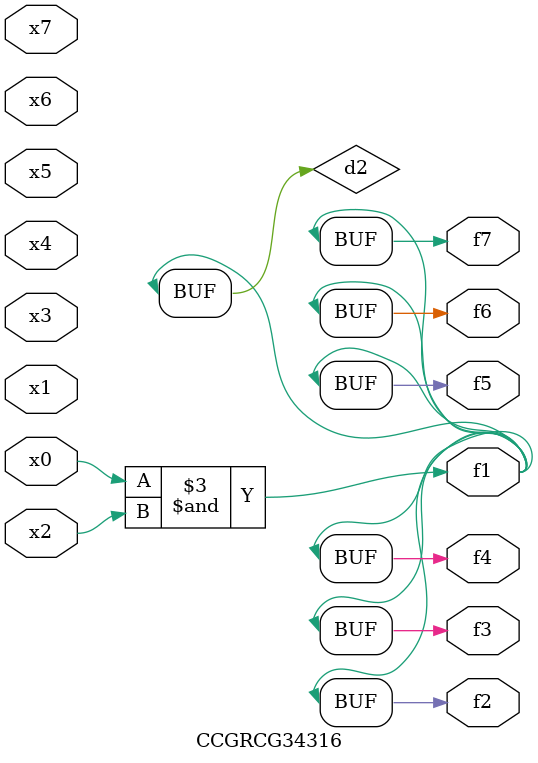
<source format=v>
module CCGRCG34316(
	input x0, x1, x2, x3, x4, x5, x6, x7,
	output f1, f2, f3, f4, f5, f6, f7
);

	wire d1, d2;

	nor (d1, x3, x6);
	and (d2, x0, x2);
	assign f1 = d2;
	assign f2 = d2;
	assign f3 = d2;
	assign f4 = d2;
	assign f5 = d2;
	assign f6 = d2;
	assign f7 = d2;
endmodule

</source>
